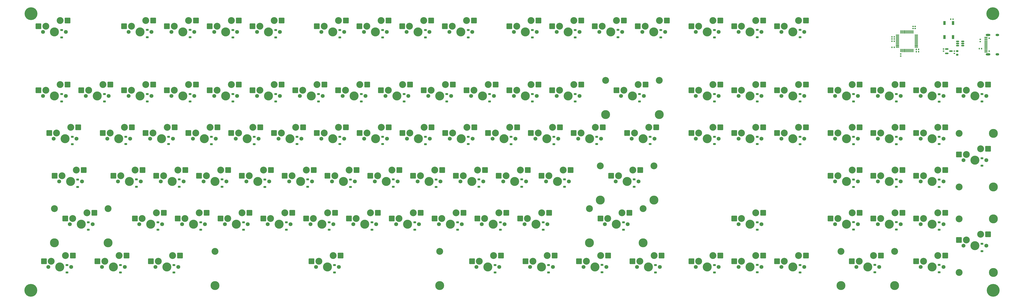
<source format=gbr>
%TF.GenerationSoftware,KiCad,Pcbnew,8.0.5*%
%TF.CreationDate,2025-06-07T17:07:02-07:00*%
%TF.ProjectId,Full Keyboard,46756c6c-204b-4657-9962-6f6172642e6b,2.0.0*%
%TF.SameCoordinates,Original*%
%TF.FileFunction,Soldermask,Bot*%
%TF.FilePolarity,Negative*%
%FSLAX46Y46*%
G04 Gerber Fmt 4.6, Leading zero omitted, Abs format (unit mm)*
G04 Created by KiCad (PCBNEW 8.0.5) date 2025-06-07 17:07:02*
%MOMM*%
%LPD*%
G01*
G04 APERTURE LIST*
G04 Aperture macros list*
%AMRoundRect*
0 Rectangle with rounded corners*
0 $1 Rounding radius*
0 $2 $3 $4 $5 $6 $7 $8 $9 X,Y pos of 4 corners*
0 Add a 4 corners polygon primitive as box body*
4,1,4,$2,$3,$4,$5,$6,$7,$8,$9,$2,$3,0*
0 Add four circle primitives for the rounded corners*
1,1,$1+$1,$2,$3*
1,1,$1+$1,$4,$5*
1,1,$1+$1,$6,$7*
1,1,$1+$1,$8,$9*
0 Add four rect primitives between the rounded corners*
20,1,$1+$1,$2,$3,$4,$5,0*
20,1,$1+$1,$4,$5,$6,$7,0*
20,1,$1+$1,$6,$7,$8,$9,0*
20,1,$1+$1,$8,$9,$2,$3,0*%
G04 Aperture macros list end*
%ADD10C,1.750000*%
%ADD11C,3.050000*%
%ADD12C,4.000000*%
%ADD13RoundRect,0.250000X-1.025000X-1.000000X1.025000X-1.000000X1.025000X1.000000X-1.025000X1.000000X0*%
%ADD14C,3.048000*%
%ADD15C,3.987800*%
%ADD16C,5.700000*%
%ADD17RoundRect,0.225000X0.375000X-0.225000X0.375000X0.225000X-0.375000X0.225000X-0.375000X-0.225000X0*%
%ADD18RoundRect,0.218750X0.256250X-0.218750X0.256250X0.218750X-0.256250X0.218750X-0.256250X-0.218750X0*%
%ADD19RoundRect,0.140000X-0.140000X-0.170000X0.140000X-0.170000X0.140000X0.170000X-0.140000X0.170000X0*%
%ADD20RoundRect,0.150000X-0.512500X-0.150000X0.512500X-0.150000X0.512500X0.150000X-0.512500X0.150000X0*%
%ADD21RoundRect,0.135000X0.185000X-0.135000X0.185000X0.135000X-0.185000X0.135000X-0.185000X-0.135000X0*%
%ADD22RoundRect,0.140000X0.170000X-0.140000X0.170000X0.140000X-0.170000X0.140000X-0.170000X-0.140000X0*%
%ADD23RoundRect,0.140000X-0.170000X0.140000X-0.170000X-0.140000X0.170000X-0.140000X0.170000X0.140000X0*%
%ADD24RoundRect,0.135000X0.135000X0.185000X-0.135000X0.185000X-0.135000X-0.185000X0.135000X-0.185000X0*%
%ADD25R,1.000000X1.700000*%
%ADD26C,0.650000*%
%ADD27R,1.450000X0.600000*%
%ADD28R,1.450000X0.300000*%
%ADD29O,1.600000X1.000000*%
%ADD30O,2.100000X1.000000*%
%ADD31RoundRect,0.075000X-0.662500X-0.075000X0.662500X-0.075000X0.662500X0.075000X-0.662500X0.075000X0*%
%ADD32RoundRect,0.075000X-0.075000X-0.662500X0.075000X-0.662500X0.075000X0.662500X-0.075000X0.662500X0*%
%ADD33RoundRect,0.135000X-0.135000X-0.185000X0.135000X-0.185000X0.135000X0.185000X-0.135000X0.185000X0*%
%ADD34RoundRect,0.140000X0.140000X0.170000X-0.140000X0.170000X-0.140000X-0.170000X0.140000X-0.170000X0*%
%ADD35RoundRect,0.150000X-0.587500X-0.150000X0.587500X-0.150000X0.587500X0.150000X-0.587500X0.150000X0*%
G04 APERTURE END LIST*
D10*
%TO.C,"3"1*%
X164814946Y-258160029D03*
D11*
X166084946Y-255620029D03*
D12*
X169894946Y-258160029D03*
D11*
X172434946Y-253080029D03*
D10*
X174974946Y-258160029D03*
D13*
X162809946Y-255620029D03*
X175736946Y-253080029D03*
%TD*%
D10*
%TO.C,F5*%
X231489946Y-229585029D03*
D11*
X232759946Y-227045029D03*
D12*
X236569946Y-229585029D03*
D11*
X239109946Y-224505029D03*
D10*
X241649946Y-229585029D03*
D13*
X229484946Y-227045029D03*
X242411946Y-224505029D03*
%TD*%
D10*
%TO.C,PgDn1*%
X436277446Y-277210029D03*
D11*
X437547446Y-274670029D03*
D12*
X441357446Y-277210029D03*
D11*
X443897446Y-272130029D03*
D10*
X446437446Y-277210029D03*
D13*
X434272446Y-274670029D03*
X447199446Y-272130029D03*
%TD*%
D10*
%TO.C,Space1*%
X229108696Y-334360029D03*
D11*
X230378696Y-331820029D03*
D12*
X234188696Y-334360029D03*
D11*
X236728696Y-329280029D03*
D10*
X239268696Y-334360029D03*
D13*
X227103696Y-331820029D03*
X240030696Y-329280029D03*
%TD*%
D10*
%TO.C,"0"1*%
X298164946Y-258160029D03*
D11*
X299434946Y-255620029D03*
D12*
X303244946Y-258160029D03*
D11*
X305784946Y-253080029D03*
D10*
X308324946Y-258160029D03*
D13*
X296159946Y-255620029D03*
X309086946Y-253080029D03*
%TD*%
D10*
%TO.C,LeftWin1*%
X133858696Y-334360029D03*
D11*
X135128696Y-331820029D03*
D12*
X138938696Y-334360029D03*
D11*
X141478696Y-329280029D03*
D10*
X144018696Y-334360029D03*
D13*
X131853696Y-331820029D03*
X144780696Y-329280029D03*
%TD*%
D10*
%TO.C,}1*%
X345789946Y-277210029D03*
D11*
X347059946Y-274670029D03*
D12*
X350869946Y-277210029D03*
D11*
X353409946Y-272130029D03*
D10*
X355949946Y-277210029D03*
D13*
X343784946Y-274670029D03*
X356711946Y-272130029D03*
%TD*%
D10*
%TO.C,Tilde1*%
X107664946Y-258160029D03*
D11*
X108934946Y-255620029D03*
D12*
X112744946Y-258160029D03*
D11*
X115284946Y-253080029D03*
D10*
X117824946Y-258160029D03*
D13*
X105659946Y-255620029D03*
X118586946Y-253080029D03*
%TD*%
D14*
%TO.C,REF\u002A\u002A*%
X515334946Y-336773029D03*
D15*
X530544946Y-336773029D03*
D14*
X515334946Y-312897029D03*
D15*
X530544946Y-312897029D03*
%TD*%
D10*
%TO.C,End1*%
X417227446Y-277210029D03*
D11*
X418497446Y-274670029D03*
D12*
X422307446Y-277210029D03*
D11*
X424847446Y-272130029D03*
D10*
X427387446Y-277210029D03*
D13*
X415222446Y-274670029D03*
X428149446Y-272130029D03*
%TD*%
D10*
%TO.C,Num+1*%
X517239946Y-286735029D03*
D11*
X518509946Y-284195029D03*
D12*
X522319946Y-286735029D03*
D11*
X524859946Y-281655029D03*
D10*
X527399946Y-286735029D03*
D13*
X515234946Y-284195029D03*
X528161946Y-281655029D03*
%TD*%
D10*
%TO.C,;1*%
X312452446Y-296260029D03*
D11*
X313722446Y-293720029D03*
D12*
X317532446Y-296260029D03*
D11*
X320072446Y-291180029D03*
D10*
X322612446Y-296260029D03*
D13*
X310447446Y-293720029D03*
X323374446Y-291180029D03*
%TD*%
D10*
%TO.C,\u005C1*%
X369602446Y-277210029D03*
D11*
X370872446Y-274670029D03*
D12*
X374682446Y-277210029D03*
D11*
X377222446Y-272130029D03*
D10*
X379762446Y-277210029D03*
D13*
X367597446Y-274670029D03*
X380524446Y-272130029D03*
%TD*%
D10*
%TO.C,D105*%
X179102446Y-296260029D03*
D11*
X180372446Y-293720029D03*
D12*
X184182446Y-296260029D03*
D11*
X186722446Y-291180029D03*
D10*
X189262446Y-296260029D03*
D13*
X177097446Y-293720029D03*
X190024446Y-291180029D03*
%TD*%
D16*
%TO.C,REF\u002A\u002A*%
X530319946Y-221460029D03*
%TD*%
D10*
%TO.C,"1"1*%
X126714946Y-258160029D03*
D11*
X127984946Y-255620029D03*
D12*
X131794946Y-258160029D03*
D11*
X134334946Y-253080029D03*
D10*
X136874946Y-258160029D03*
D13*
X124709946Y-255620029D03*
X137636946Y-253080029D03*
%TD*%
D10*
%TO.C,Backspace1*%
X364839946Y-258160029D03*
D11*
X366109946Y-255620029D03*
D12*
X369919946Y-258160029D03*
D11*
X372459946Y-253080029D03*
D10*
X374999946Y-258160029D03*
D13*
X362834946Y-255620029D03*
X375761946Y-253080029D03*
%TD*%
D10*
%TO.C,"8"1*%
X260064946Y-258160029D03*
D11*
X261334946Y-255620029D03*
D12*
X265144946Y-258160029D03*
D11*
X267684946Y-253080029D03*
D10*
X270224946Y-258160029D03*
D13*
X258059946Y-255620029D03*
X270986946Y-253080029D03*
%TD*%
D10*
%TO.C,RightControl1*%
X371983696Y-334360029D03*
D11*
X373253696Y-331820029D03*
D12*
X377063696Y-334360029D03*
D11*
X379603696Y-329280029D03*
D10*
X382143696Y-334360029D03*
D13*
X369978696Y-331820029D03*
X382905696Y-329280029D03*
%TD*%
D10*
%TO.C,LeftArrow1*%
X398177446Y-334360029D03*
D11*
X399447446Y-331820029D03*
D12*
X403257446Y-334360029D03*
D11*
X405797446Y-329280029D03*
D10*
X408337446Y-334360029D03*
D13*
X396172446Y-331820029D03*
X409099446Y-329280029D03*
%TD*%
D10*
%TO.C,PgUp1*%
X436277446Y-258160029D03*
D11*
X437547446Y-255620029D03*
D12*
X441357446Y-258160029D03*
D11*
X443897446Y-253080029D03*
D10*
X446437446Y-258160029D03*
D13*
X434272446Y-255620029D03*
X447199446Y-253080029D03*
%TD*%
D10*
%TO.C,J2*%
X255302446Y-296260029D03*
D11*
X256572446Y-293720029D03*
D12*
X260382446Y-296260029D03*
D11*
X262922446Y-291180029D03*
D10*
X265462446Y-296260029D03*
D13*
X253297446Y-293720029D03*
X266224446Y-291180029D03*
%TD*%
D10*
%TO.C,Num3*%
X498189946Y-315310029D03*
D11*
X499459946Y-312770029D03*
D12*
X503269946Y-315310029D03*
D11*
X505809946Y-310230029D03*
D10*
X508349946Y-315310029D03*
D13*
X496184946Y-312770029D03*
X509111946Y-310230029D03*
%TD*%
D10*
%TO.C,P1*%
X307689946Y-277210029D03*
D11*
X308959946Y-274670029D03*
D12*
X312769946Y-277210029D03*
D11*
X315309946Y-272130029D03*
D10*
X317849946Y-277210029D03*
D13*
X305684946Y-274670029D03*
X318611946Y-272130029D03*
%TD*%
D10*
%TO.C,Num.1*%
X498189946Y-334360029D03*
D11*
X499459946Y-331820029D03*
D12*
X503269946Y-334360029D03*
D11*
X505809946Y-329280029D03*
D10*
X508349946Y-334360029D03*
D13*
X496184946Y-331820029D03*
X509111946Y-329280029D03*
%TD*%
D10*
%TO.C,"4"1*%
X183864946Y-258160029D03*
D11*
X185134946Y-255620029D03*
D12*
X188944946Y-258160029D03*
D11*
X191484946Y-253080029D03*
D10*
X194024946Y-258160029D03*
D13*
X181859946Y-255620029D03*
X194786946Y-253080029D03*
%TD*%
D10*
%TO.C,Home1*%
X417227446Y-258160029D03*
D11*
X418497446Y-255620029D03*
D12*
X422307446Y-258160029D03*
D11*
X424847446Y-253080029D03*
D10*
X427387446Y-258160029D03*
D13*
X415222446Y-255620029D03*
X428149446Y-253080029D03*
%TD*%
D10*
%TO.C,Num-1*%
X517239946Y-258160029D03*
D11*
X518509946Y-255620029D03*
D12*
X522319946Y-258160029D03*
D11*
X524859946Y-253080029D03*
D10*
X527399946Y-258160029D03*
D13*
X515234946Y-255620029D03*
X528161946Y-253080029D03*
%TD*%
D10*
%TO.C,F10*%
X336214946Y-229585029D03*
D11*
X337484946Y-227045029D03*
D12*
X341294946Y-229585029D03*
D11*
X343834946Y-224505029D03*
D10*
X346374946Y-229585029D03*
D13*
X334209946Y-227045029D03*
X347136946Y-224505029D03*
%TD*%
D10*
%TO.C,F8*%
X288489946Y-229585029D03*
D11*
X289759946Y-227045029D03*
D12*
X293569946Y-229585029D03*
D11*
X296109946Y-224505029D03*
D10*
X298649946Y-229585029D03*
D13*
X286484946Y-227045029D03*
X299411946Y-224505029D03*
%TD*%
D10*
%TO.C,F4*%
X202914946Y-229585029D03*
D11*
X204184946Y-227045029D03*
D12*
X207994946Y-229585029D03*
D11*
X210534946Y-224505029D03*
D10*
X213074946Y-229585029D03*
D13*
X200909946Y-227045029D03*
X213836946Y-224505029D03*
%TD*%
D10*
%TO.C,"1*%
X331502446Y-296260029D03*
D11*
X332772446Y-293720029D03*
D12*
X336582446Y-296260029D03*
D11*
X339122446Y-291180029D03*
D10*
X341662446Y-296260029D03*
D13*
X329497446Y-293720029D03*
X342424446Y-291180029D03*
%TD*%
D10*
%TO.C,Func1*%
X145764946Y-229585029D03*
D11*
X147034946Y-227045029D03*
D12*
X150844946Y-229585029D03*
D11*
X153384946Y-224505029D03*
D10*
X155924946Y-229585029D03*
D13*
X143759946Y-227045029D03*
X156686946Y-224505029D03*
%TD*%
D10*
%TO.C,"5"1*%
X202914946Y-258160029D03*
D11*
X204184946Y-255620029D03*
D12*
X207994946Y-258160029D03*
D11*
X210534946Y-253080029D03*
D10*
X213074946Y-258160029D03*
D13*
X200909946Y-255620029D03*
X213836946Y-253080029D03*
%TD*%
D14*
%TO.C,REF\u002A\u002A*%
X357981946Y-251175029D03*
D15*
X357981946Y-266385029D03*
D14*
X381857946Y-251175029D03*
D15*
X381857946Y-266385029D03*
%TD*%
D16*
%TO.C,REF\u002A\u002A*%
X102219946Y-344760029D03*
%TD*%
D10*
%TO.C,"-"1*%
X317214946Y-258160029D03*
D11*
X318484946Y-255620029D03*
D12*
X322294946Y-258160029D03*
D11*
X324834946Y-253080029D03*
D10*
X327374946Y-258160029D03*
D13*
X315209946Y-255620029D03*
X328136946Y-253080029D03*
%TD*%
D10*
%TO.C,"6"1*%
X221964946Y-258160029D03*
D11*
X223234946Y-255620029D03*
D12*
X227044946Y-258160029D03*
D11*
X229584946Y-253080029D03*
D10*
X232124946Y-258160029D03*
D13*
X219959946Y-255620029D03*
X232886946Y-253080029D03*
%TD*%
D10*
%TO.C,F13*%
X198152446Y-296260029D03*
D11*
X199422446Y-293720029D03*
D12*
X203232446Y-296260029D03*
D11*
X205772446Y-291180029D03*
D10*
X208312446Y-296260029D03*
D13*
X196147446Y-293720029D03*
X209074446Y-291180029D03*
%TD*%
D10*
%TO.C,L1*%
X293402446Y-296260029D03*
D11*
X294672446Y-293720029D03*
D12*
X298482446Y-296260029D03*
D11*
X301022446Y-291180029D03*
D10*
X303562446Y-296260029D03*
D13*
X291397446Y-293720029D03*
X304324446Y-291180029D03*
%TD*%
D10*
%TO.C,Shift1*%
X119571196Y-315310029D03*
D11*
X120841196Y-312770029D03*
D12*
X124651196Y-315310029D03*
D11*
X127191196Y-310230029D03*
D10*
X129731196Y-315310029D03*
D13*
X117566196Y-312770029D03*
X130493196Y-310230029D03*
%TD*%
D10*
%TO.C,Delete1*%
X398177446Y-277210029D03*
D11*
X399447446Y-274670029D03*
D12*
X403257446Y-277210029D03*
D11*
X405797446Y-272130029D03*
D10*
X408337446Y-277210029D03*
D13*
X396172446Y-274670029D03*
X409099446Y-272130029D03*
%TD*%
D10*
%TO.C,Num9*%
X498189946Y-277210029D03*
D11*
X499459946Y-274670029D03*
D12*
X503269946Y-277210029D03*
D11*
X505809946Y-272130029D03*
D10*
X508349946Y-277210029D03*
D13*
X496184946Y-274670029D03*
X509111946Y-272130029D03*
%TD*%
D10*
%TO.C,F7*%
X269489946Y-229585029D03*
D11*
X270759946Y-227045029D03*
D12*
X274569946Y-229585029D03*
D11*
X277109946Y-224505029D03*
D10*
X279649946Y-229585029D03*
D13*
X267484946Y-227045029D03*
X280411946Y-224505029D03*
%TD*%
D10*
%TO.C,Menu1*%
X348171196Y-334360029D03*
D11*
X349441196Y-331820029D03*
D12*
X353251196Y-334360029D03*
D11*
X355791196Y-329280029D03*
D10*
X358331196Y-334360029D03*
D13*
X346166196Y-331820029D03*
X359093196Y-329280029D03*
%TD*%
D10*
%TO.C,Num6*%
X498189946Y-296260029D03*
D11*
X499459946Y-293720029D03*
D12*
X503269946Y-296260029D03*
D11*
X505809946Y-291180029D03*
D10*
X508349946Y-296260029D03*
D13*
X496184946Y-293720029D03*
X509111946Y-291180029D03*
%TD*%
D10*
%TO.C,NumEnter1*%
X517239946Y-324835029D03*
D11*
X518509946Y-322295029D03*
D12*
X522319946Y-324835029D03*
D11*
X524859946Y-319755029D03*
D10*
X527399946Y-324835029D03*
D13*
X515234946Y-322295029D03*
X528161946Y-319755029D03*
%TD*%
D10*
%TO.C,T1*%
X212439946Y-277210029D03*
D11*
X213709946Y-274670029D03*
D12*
X217519946Y-277210029D03*
D11*
X220059946Y-272130029D03*
D10*
X222599946Y-277210029D03*
D13*
X210434946Y-274670029D03*
X223361946Y-272130029D03*
%TD*%
D10*
%TO.C,F11*%
X355214946Y-229585029D03*
D11*
X356484946Y-227045029D03*
D12*
X360294946Y-229585029D03*
D11*
X362834946Y-224505029D03*
D10*
X365374946Y-229585029D03*
D13*
X353209946Y-227045029D03*
X366136946Y-224505029D03*
%TD*%
D10*
%TO.C,I1*%
X269589946Y-277210029D03*
D11*
X270859946Y-274670029D03*
D12*
X274669946Y-277210029D03*
D11*
X277209946Y-272130029D03*
D10*
X279749946Y-277210029D03*
D13*
X267584946Y-274670029D03*
X280511946Y-272130029D03*
%TD*%
D16*
%TO.C,REF\u002A\u002A*%
X102319946Y-221460029D03*
%TD*%
D10*
%TO.C,Q1*%
X136239946Y-277210029D03*
D11*
X137509946Y-274670029D03*
D12*
X141319946Y-277210029D03*
D11*
X143859946Y-272130029D03*
D10*
X146399946Y-277210029D03*
D13*
X134234946Y-274670029D03*
X147161946Y-272130029D03*
%TD*%
D14*
%TO.C,REF\u002A\u002A*%
X462756946Y-327375029D03*
D15*
X462756946Y-342585029D03*
D14*
X486632946Y-327375029D03*
D15*
X486632946Y-342585029D03*
%TD*%
D10*
%TO.C,{1*%
X326739946Y-277210029D03*
D11*
X328009946Y-274670029D03*
D12*
X331819946Y-277210029D03*
D11*
X334359946Y-272130029D03*
D10*
X336899946Y-277210029D03*
D13*
X324734946Y-274670029D03*
X337661946Y-272130029D03*
%TD*%
D14*
%TO.C,REF\u002A\u002A*%
X515334946Y-298673029D03*
D15*
X530544946Y-298673029D03*
D14*
X515334946Y-274797029D03*
D15*
X530544946Y-274797029D03*
%TD*%
D10*
%TO.C,F9*%
X317214946Y-229585029D03*
D11*
X318484946Y-227045029D03*
D12*
X322294946Y-229585029D03*
D11*
X324834946Y-224505029D03*
D10*
X327374946Y-229585029D03*
D13*
X315209946Y-227045029D03*
X328136946Y-224505029D03*
%TD*%
D10*
%TO.C,G1*%
X217202446Y-296260029D03*
D11*
X218472446Y-293720029D03*
D12*
X222282446Y-296260029D03*
D11*
X224822446Y-291180029D03*
D10*
X227362446Y-296260029D03*
D13*
X215197446Y-293720029D03*
X228124446Y-291180029D03*
%TD*%
D10*
%TO.C,RightWin1*%
X324358696Y-334360029D03*
D11*
X325628696Y-331820029D03*
D12*
X329438696Y-334360029D03*
D11*
X331978696Y-329280029D03*
D10*
X334518696Y-334360029D03*
D13*
X322353696Y-331820029D03*
X335280696Y-329280029D03*
%TD*%
D10*
%TO.C,Num2*%
X479139946Y-315310029D03*
D11*
X480409946Y-312770029D03*
D12*
X484219946Y-315310029D03*
D11*
X486759946Y-310230029D03*
D10*
X489299946Y-315310029D03*
D13*
X477134946Y-312770029D03*
X490061946Y-310230029D03*
%TD*%
D10*
%TO.C,F3*%
X183864946Y-229585029D03*
D11*
X185134946Y-227045029D03*
D12*
X188944946Y-229585029D03*
D11*
X191484946Y-224505029D03*
D10*
X194024946Y-229585029D03*
D13*
X181859946Y-227045029D03*
X194786946Y-224505029D03*
%TD*%
D10*
%TO.C,RightShift1*%
X357696196Y-315310029D03*
D11*
X358966196Y-312770029D03*
D12*
X362776196Y-315310029D03*
D11*
X365316196Y-310230029D03*
D10*
X367856196Y-315310029D03*
D13*
X355691196Y-312770029D03*
X368618196Y-310230029D03*
%TD*%
D10*
%TO.C,O1*%
X288639946Y-277210029D03*
D11*
X289909946Y-274670029D03*
D12*
X293719946Y-277210029D03*
D11*
X296259946Y-272130029D03*
D10*
X298799946Y-277210029D03*
D13*
X286634946Y-274670029D03*
X299561946Y-272130029D03*
%TD*%
D10*
%TO.C,B1*%
X226727446Y-315310029D03*
D11*
X227997446Y-312770029D03*
D12*
X231807446Y-315310029D03*
D11*
X234347446Y-310230029D03*
D10*
X236887446Y-315310029D03*
D13*
X224722446Y-312770029D03*
X237649446Y-310230029D03*
%TD*%
D14*
%TO.C,REF\u002A\u002A*%
X184188696Y-327375029D03*
D15*
X184188696Y-342585029D03*
D14*
X284188696Y-327375029D03*
D15*
X284188696Y-342585029D03*
%TD*%
D10*
%TO.C,Z1*%
X150527446Y-315310029D03*
D11*
X151797446Y-312770029D03*
D12*
X155607446Y-315310029D03*
D11*
X158147446Y-310230029D03*
D10*
X160687446Y-315310029D03*
D13*
X148522446Y-312770029D03*
X161449446Y-310230029D03*
%TD*%
D10*
%TO.C,K1*%
X274352446Y-296260029D03*
D11*
X275622446Y-293720029D03*
D12*
X279432446Y-296260029D03*
D11*
X281972446Y-291180029D03*
D10*
X284512446Y-296260029D03*
D13*
X272347446Y-293720029D03*
X285274446Y-291180029D03*
%TD*%
D10*
%TO.C,Y1*%
X231489946Y-277210029D03*
D11*
X232759946Y-274670029D03*
D12*
X236569946Y-277210029D03*
D11*
X239109946Y-272130029D03*
D10*
X241649946Y-277210029D03*
D13*
X229484946Y-274670029D03*
X242411946Y-272130029D03*
%TD*%
D14*
%TO.C,REF\u002A\u002A*%
X355600696Y-289275029D03*
D15*
X355600696Y-304485029D03*
D14*
X379476696Y-289275029D03*
D15*
X379476696Y-304485029D03*
%TD*%
D10*
%TO.C,A1*%
X141002446Y-296260029D03*
D11*
X142272446Y-293720029D03*
D12*
X146082446Y-296260029D03*
D11*
X148622446Y-291180029D03*
D10*
X151162446Y-296260029D03*
D13*
X138997446Y-293720029D03*
X151924446Y-291180029D03*
%TD*%
D10*
%TO.C,>1*%
X302927446Y-315310029D03*
D11*
X304197446Y-312770029D03*
D12*
X308007446Y-315310029D03*
D11*
X310547446Y-310230029D03*
D10*
X313087446Y-315310029D03*
D13*
X300922446Y-312770029D03*
X313849446Y-310230029D03*
%TD*%
D10*
%TO.C,RightAlt1*%
X300546196Y-334360029D03*
D11*
X301816196Y-331820029D03*
D12*
X305626196Y-334360029D03*
D11*
X308166196Y-329280029D03*
D10*
X310706196Y-334360029D03*
D13*
X298541196Y-331820029D03*
X311468196Y-329280029D03*
%TD*%
D10*
%TO.C,"="1*%
X336264946Y-258160029D03*
D11*
X337534946Y-255620029D03*
D12*
X341344946Y-258160029D03*
D11*
X343884946Y-253080029D03*
D10*
X346424946Y-258160029D03*
D13*
X334259946Y-255620029D03*
X347186946Y-253080029D03*
%TD*%
D10*
%TO.C,"2"1*%
X145764946Y-258160029D03*
D11*
X147034946Y-255620029D03*
D12*
X150844946Y-258160029D03*
D11*
X153384946Y-253080029D03*
D10*
X155924946Y-258160029D03*
D13*
X143759946Y-255620029D03*
X156686946Y-253080029D03*
%TD*%
D10*
%TO.C,"7"1*%
X241014946Y-258160029D03*
D11*
X242284946Y-255620029D03*
D12*
X246094946Y-258160029D03*
D11*
X248634946Y-253080029D03*
D10*
X251174946Y-258160029D03*
D13*
X239009946Y-255620029D03*
X251936946Y-253080029D03*
%TD*%
D10*
%TO.C,Num8*%
X479139946Y-277210029D03*
D11*
X480409946Y-274670029D03*
D12*
X484219946Y-277210029D03*
D11*
X486759946Y-272130029D03*
D10*
X489299946Y-277210029D03*
D13*
X477134946Y-274670029D03*
X490061946Y-272130029D03*
%TD*%
D10*
%TO.C,H1*%
X236252446Y-296260029D03*
D11*
X237522446Y-293720029D03*
D12*
X241332446Y-296260029D03*
D11*
X243872446Y-291180029D03*
D10*
X246412446Y-296260029D03*
D13*
X234247446Y-293720029D03*
X247174446Y-291180029D03*
%TD*%
D10*
%TO.C,Enter1*%
X362458696Y-296260029D03*
D11*
X363728696Y-293720029D03*
D12*
X367538696Y-296260029D03*
D11*
X370078696Y-291180029D03*
D10*
X372618696Y-296260029D03*
D13*
X360453696Y-293720029D03*
X373380696Y-291180029D03*
%TD*%
D10*
%TO.C,"?"1*%
X321977446Y-315310029D03*
D11*
X323247446Y-312770029D03*
D12*
X327057446Y-315310029D03*
D11*
X329597446Y-310230029D03*
D10*
X332137446Y-315310029D03*
D13*
X319972446Y-312770029D03*
X332899446Y-310230029D03*
%TD*%
D10*
%TO.C,U2*%
X250539946Y-277210029D03*
D11*
X251809946Y-274670029D03*
D12*
X255619946Y-277210029D03*
D11*
X258159946Y-272130029D03*
D10*
X260699946Y-277210029D03*
D13*
X248534946Y-274670029D03*
X261461946Y-272130029D03*
%TD*%
D16*
%TO.C,REF\u002A\u002A*%
X530519946Y-344760029D03*
%TD*%
D10*
%TO.C,Num/1*%
X479139946Y-258160029D03*
D11*
X480409946Y-255620029D03*
D12*
X484219946Y-258160029D03*
D11*
X486759946Y-253080029D03*
D10*
X489299946Y-258160029D03*
D13*
X477134946Y-255620029D03*
X490061946Y-253080029D03*
%TD*%
D14*
%TO.C,REF\u002A\u002A*%
X112713196Y-308325029D03*
D15*
X112713196Y-323535029D03*
D14*
X136589196Y-308325029D03*
D15*
X136589196Y-323535029D03*
%TD*%
D10*
%TO.C,F2*%
X164814946Y-229585029D03*
D11*
X166084946Y-227045029D03*
D12*
X169894946Y-229585029D03*
D11*
X172434946Y-224505029D03*
D10*
X174974946Y-229585029D03*
D13*
X162809946Y-227045029D03*
X175736946Y-224505029D03*
%TD*%
D10*
%TO.C,Num7*%
X460089946Y-277210029D03*
D11*
X461359946Y-274670029D03*
D12*
X465169946Y-277210029D03*
D11*
X467709946Y-272130029D03*
D10*
X470249946Y-277210029D03*
D13*
X458084946Y-274670029D03*
X471011946Y-272130029D03*
%TD*%
D10*
%TO.C,UpArrow1*%
X417227446Y-315310029D03*
D11*
X418497446Y-312770029D03*
D12*
X422307446Y-315310029D03*
D11*
X424847446Y-310230029D03*
D10*
X427387446Y-315310029D03*
D13*
X415222446Y-312770029D03*
X428149446Y-310230029D03*
%TD*%
D10*
%TO.C,E1*%
X174339946Y-277210029D03*
D11*
X175609946Y-274670029D03*
D12*
X179419946Y-277210029D03*
D11*
X181959946Y-272130029D03*
D10*
X184499946Y-277210029D03*
D13*
X172334946Y-274670029D03*
X185261946Y-272130029D03*
%TD*%
D10*
%TO.C,"9"1*%
X279114946Y-258160029D03*
D11*
X280384946Y-255620029D03*
D12*
X284194946Y-258160029D03*
D11*
X286734946Y-253080029D03*
D10*
X289274946Y-258160029D03*
D13*
X277109946Y-255620029D03*
X290036946Y-253080029D03*
%TD*%
D10*
%TO.C,LeftAlt1*%
X157671196Y-334360029D03*
D11*
X158941196Y-331820029D03*
D12*
X162751196Y-334360029D03*
D11*
X165291196Y-329280029D03*
D10*
X167831196Y-334360029D03*
D13*
X155666196Y-331820029D03*
X168593196Y-329280029D03*
%TD*%
D10*
%TO.C,ESC1*%
X107664946Y-229585029D03*
D11*
X108934946Y-227045029D03*
D12*
X112744946Y-229585029D03*
D11*
X115284946Y-224505029D03*
D10*
X117824946Y-229585029D03*
D13*
X105659946Y-227045029D03*
X118586946Y-224505029D03*
%TD*%
D10*
%TO.C,W1*%
X155289946Y-277210029D03*
D11*
X156559946Y-274670029D03*
D12*
X160369946Y-277210029D03*
D11*
X162909946Y-272130029D03*
D10*
X165449946Y-277210029D03*
D13*
X153284946Y-274670029D03*
X166211946Y-272130029D03*
%TD*%
D10*
%TO.C,<1*%
X283877446Y-315310029D03*
D11*
X285147446Y-312770029D03*
D12*
X288957446Y-315310029D03*
D11*
X291497446Y-310230029D03*
D10*
X294037446Y-315310029D03*
D13*
X281872446Y-312770029D03*
X294799446Y-310230029D03*
%TD*%
D10*
%TO.C,PauseBreak1*%
X436277446Y-229585029D03*
D11*
X437547446Y-227045029D03*
D12*
X441357446Y-229585029D03*
D11*
X443897446Y-224505029D03*
D10*
X446437446Y-229585029D03*
D13*
X434272446Y-227045029D03*
X447199446Y-224505029D03*
%TD*%
D10*
%TO.C,M1*%
X264827446Y-315310029D03*
D11*
X266097446Y-312770029D03*
D12*
X269907446Y-315310029D03*
D11*
X272447446Y-310230029D03*
D10*
X274987446Y-315310029D03*
D13*
X262822446Y-312770029D03*
X275749446Y-310230029D03*
%TD*%
D10*
%TO.C,Num\u002A1*%
X498189946Y-258160029D03*
D11*
X499459946Y-255620029D03*
D12*
X503269946Y-258160029D03*
D11*
X505809946Y-253080029D03*
D10*
X508349946Y-258160029D03*
D13*
X496184946Y-255620029D03*
X509111946Y-253080029D03*
%TD*%
D10*
%TO.C,Num5*%
X479139946Y-296260029D03*
D11*
X480409946Y-293720029D03*
D12*
X484219946Y-296260029D03*
D11*
X486759946Y-291180029D03*
D10*
X489299946Y-296260029D03*
D13*
X477134946Y-293720029D03*
X490061946Y-291180029D03*
%TD*%
D10*
%TO.C,Num4*%
X460089946Y-296260029D03*
D11*
X461359946Y-293720029D03*
D12*
X465169946Y-296260029D03*
D11*
X467709946Y-291180029D03*
D10*
X470249946Y-296260029D03*
D13*
X458084946Y-293720029D03*
X471011946Y-291180029D03*
%TD*%
D10*
%TO.C,ScrollLock1*%
X417227446Y-229585029D03*
D11*
X418497446Y-227045029D03*
D12*
X422307446Y-229585029D03*
D11*
X424847446Y-224505029D03*
D10*
X427387446Y-229585029D03*
D13*
X415222446Y-227045029D03*
X428149446Y-224505029D03*
%TD*%
D10*
%TO.C,DownArrow1*%
X417227446Y-334360029D03*
D11*
X418497446Y-331820029D03*
D12*
X422307446Y-334360029D03*
D11*
X424847446Y-329280029D03*
D10*
X427387446Y-334360029D03*
D13*
X415222446Y-331820029D03*
X428149446Y-329280029D03*
%TD*%
D10*
%TO.C,V1*%
X207677446Y-315310029D03*
D11*
X208947446Y-312770029D03*
D12*
X212757446Y-315310029D03*
D11*
X215297446Y-310230029D03*
D10*
X217837446Y-315310029D03*
D13*
X205672446Y-312770029D03*
X218599446Y-310230029D03*
%TD*%
D10*
%TO.C,R4*%
X193389946Y-277210029D03*
D11*
X194659946Y-274670029D03*
D12*
X198469946Y-277210029D03*
D11*
X201009946Y-272130029D03*
D10*
X203549946Y-277210029D03*
D13*
X191384946Y-274670029D03*
X204311946Y-272130029D03*
%TD*%
D10*
%TO.C,Num1*%
X460089946Y-315310029D03*
D11*
X461359946Y-312770029D03*
D12*
X465169946Y-315310029D03*
D11*
X467709946Y-310230029D03*
D10*
X470249946Y-315310029D03*
D13*
X458084946Y-312770029D03*
X471011946Y-310230029D03*
%TD*%
D10*
%TO.C,X1*%
X169577446Y-315310029D03*
D11*
X170847446Y-312770029D03*
D12*
X174657446Y-315310029D03*
D11*
X177197446Y-310230029D03*
D10*
X179737446Y-315310029D03*
D13*
X167572446Y-312770029D03*
X180499446Y-310230029D03*
%TD*%
D10*
%TO.C,Num0*%
X469614946Y-334360029D03*
D11*
X470884946Y-331820029D03*
D12*
X474694946Y-334360029D03*
D11*
X477234946Y-329280029D03*
D10*
X479774946Y-334360029D03*
D13*
X467609946Y-331820029D03*
X480536946Y-329280029D03*
%TD*%
D10*
%TO.C,Tab1*%
X112427446Y-277210029D03*
D11*
X113697446Y-274670029D03*
D12*
X117507446Y-277210029D03*
D11*
X120047446Y-272130029D03*
D10*
X122587446Y-277210029D03*
D13*
X110422446Y-274670029D03*
X123349446Y-272130029D03*
%TD*%
D10*
%TO.C,CapsLock1*%
X114808696Y-296260029D03*
D11*
X116078696Y-293720029D03*
D12*
X119888696Y-296260029D03*
D11*
X122428696Y-291180029D03*
D10*
X124968696Y-296260029D03*
D13*
X112803696Y-293720029D03*
X125730696Y-291180029D03*
%TD*%
D10*
%TO.C,PrtSc1*%
X398177446Y-229585029D03*
D11*
X399447446Y-227045029D03*
D12*
X403257446Y-229585029D03*
D11*
X405797446Y-224505029D03*
D10*
X408337446Y-229585029D03*
D13*
X396172446Y-227045029D03*
X409099446Y-224505029D03*
%TD*%
D14*
%TO.C,REF\u002A\u002A*%
X350838196Y-308325029D03*
D15*
X350838196Y-323535029D03*
D14*
X374714196Y-308325029D03*
D15*
X374714196Y-323535029D03*
%TD*%
D10*
%TO.C,F6*%
X250489946Y-229585029D03*
D11*
X251759946Y-227045029D03*
D12*
X255569946Y-229585029D03*
D11*
X258109946Y-224505029D03*
D10*
X260649946Y-229585029D03*
D13*
X248484946Y-227045029D03*
X261411946Y-224505029D03*
%TD*%
D10*
%TO.C,Insert1*%
X398177446Y-258160029D03*
D11*
X399447446Y-255620029D03*
D12*
X403257446Y-258160029D03*
D11*
X405797446Y-253080029D03*
D10*
X408337446Y-258160029D03*
D13*
X396172446Y-255620029D03*
X409099446Y-253080029D03*
%TD*%
D10*
%TO.C,LeftControl1*%
X110046196Y-334360029D03*
D11*
X111316196Y-331820029D03*
D12*
X115126196Y-334360029D03*
D11*
X117666196Y-329280029D03*
D10*
X120206196Y-334360029D03*
D13*
X108041196Y-331820029D03*
X120968196Y-329280029D03*
%TD*%
D10*
%TO.C,N1*%
X245777446Y-315310029D03*
D11*
X247047446Y-312770029D03*
D12*
X250857446Y-315310029D03*
D11*
X253397446Y-310230029D03*
D10*
X255937446Y-315310029D03*
D13*
X243772446Y-312770029D03*
X256699446Y-310230029D03*
%TD*%
D10*
%TO.C,F12*%
X374344946Y-229585029D03*
D11*
X375614946Y-227045029D03*
D12*
X379424946Y-229585029D03*
D11*
X381964946Y-224505029D03*
D10*
X384504946Y-229585029D03*
D13*
X372339946Y-227045029D03*
X385266946Y-224505029D03*
%TD*%
D10*
%TO.C,RightArrow1*%
X436277446Y-334360029D03*
D11*
X437547446Y-331820029D03*
D12*
X441357446Y-334360029D03*
D11*
X443897446Y-329280029D03*
D10*
X446437446Y-334360029D03*
D13*
X434272446Y-331820029D03*
X447199446Y-329280029D03*
%TD*%
D10*
%TO.C,NumLock1*%
X460089946Y-258160029D03*
D11*
X461359946Y-255620029D03*
D12*
X465169946Y-258160029D03*
D11*
X467709946Y-253080029D03*
D10*
X470249946Y-258160029D03*
D13*
X458084946Y-255620029D03*
X471011946Y-253080029D03*
%TD*%
D10*
%TO.C,S1*%
X160052446Y-296260029D03*
D11*
X161322446Y-293720029D03*
D12*
X165132446Y-296260029D03*
D11*
X167672446Y-291180029D03*
D10*
X170212446Y-296260029D03*
D13*
X158047446Y-293720029D03*
X170974446Y-291180029D03*
%TD*%
D10*
%TO.C,C1*%
X188627446Y-315310029D03*
D11*
X189897446Y-312770029D03*
D12*
X193707446Y-315310029D03*
D11*
X196247446Y-310230029D03*
D10*
X198787446Y-315310029D03*
D13*
X186622446Y-312770029D03*
X199549446Y-310230029D03*
%TD*%
D17*
%TO.C,D93*%
X142111246Y-336796529D03*
X142111246Y-333496529D03*
%TD*%
%TO.C,D20*%
X173065546Y-260538729D03*
X173065546Y-257238729D03*
%TD*%
%TO.C,D77*%
X177827746Y-317747729D03*
X177827746Y-314447729D03*
%TD*%
D18*
%TO.C,F1*%
X514479949Y-239746278D03*
X514479949Y-238171278D03*
%TD*%
D17*
%TO.C,D51*%
X377840146Y-279587529D03*
X377840146Y-276287529D03*
%TD*%
D19*
%TO.C,C17*%
X496312443Y-238390029D03*
X497272443Y-238390029D03*
%TD*%
D17*
%TO.C,D45*%
X258785146Y-279587529D03*
X258785146Y-276287529D03*
%TD*%
%TO.C,D81*%
X254022946Y-317747729D03*
X254022946Y-314447729D03*
%TD*%
%TO.C,D30*%
X373077946Y-260538729D03*
X373077946Y-257238729D03*
%TD*%
D20*
%TO.C,U4*%
X514657446Y-235685029D03*
X514657446Y-234735029D03*
X514657446Y-233785029D03*
X516932446Y-233785029D03*
X516932446Y-234735029D03*
X516932446Y-235685029D03*
%TD*%
D17*
%TO.C,D95*%
X237355246Y-336796529D03*
X237355246Y-333496529D03*
%TD*%
%TO.C,D53*%
X425462146Y-279587529D03*
X425462146Y-276287529D03*
%TD*%
%TO.C,D86*%
X365934646Y-317747729D03*
X365934646Y-314447729D03*
%TD*%
D21*
%TO.C,R2*%
X524694946Y-233925029D03*
X524694946Y-232905029D03*
%TD*%
D17*
%TO.C,D50*%
X354029146Y-279587529D03*
X354029146Y-276287529D03*
%TD*%
%TO.C,D70*%
X339742546Y-298636329D03*
X339742546Y-295336329D03*
%TD*%
%TO.C,D71*%
X370696846Y-298636329D03*
X370696846Y-295336329D03*
%TD*%
%TO.C,D91*%
X525468346Y-327272129D03*
X525468346Y-323972129D03*
%TD*%
%TO.C,D85*%
X330218146Y-317747729D03*
X330218146Y-314447729D03*
%TD*%
%TO.C,D2*%
X154016746Y-231965529D03*
X154016746Y-228665529D03*
%TD*%
%TO.C,D27*%
X306407146Y-260601329D03*
X306407146Y-257301329D03*
%TD*%
%TO.C,D66*%
X263547346Y-298636329D03*
X263547346Y-295336329D03*
%TD*%
%TO.C,D90*%
X506419546Y-317747729D03*
X506419546Y-314447729D03*
%TD*%
%TO.C,D9*%
X296882746Y-232028129D03*
X296882746Y-228728129D03*
%TD*%
%TO.C,D14*%
X425462146Y-231965529D03*
X425462146Y-228665529D03*
%TD*%
%TO.C,D92*%
X118300246Y-336796529D03*
X118300246Y-333496529D03*
%TD*%
%TO.C,D5*%
X211163146Y-232028129D03*
X211163146Y-228728129D03*
%TD*%
%TO.C,D47*%
X296882746Y-279587529D03*
X296882746Y-276287529D03*
%TD*%
%TO.C,D35*%
X487370746Y-260601329D03*
X487370746Y-257301329D03*
%TD*%
%TO.C,D65*%
X244498546Y-298698929D03*
X244498546Y-295398929D03*
%TD*%
%TO.C,D96*%
X308788246Y-336796529D03*
X308788246Y-333496529D03*
%TD*%
%TO.C,D28*%
X325455946Y-260601329D03*
X325455946Y-257301329D03*
%TD*%
%TO.C,D73*%
X506419546Y-298698929D03*
X506419546Y-295398929D03*
%TD*%
D19*
%TO.C,C14*%
X485467446Y-232735029D03*
X486427446Y-232735029D03*
%TD*%
D17*
%TO.C,D8*%
X277833946Y-232028129D03*
X277833946Y-228728129D03*
%TD*%
%TO.C,D33*%
X444510946Y-260601329D03*
X444510946Y-257301329D03*
%TD*%
%TO.C,D24*%
X249260746Y-260601329D03*
X249260746Y-257301329D03*
%TD*%
%TO.C,D36*%
X506419546Y-260663929D03*
X506419546Y-257363929D03*
%TD*%
%TO.C,D75*%
X127824646Y-317747729D03*
X127824646Y-314447729D03*
%TD*%
D22*
%TO.C,C13*%
X489319946Y-240337529D03*
X489319946Y-239377529D03*
%TD*%
D17*
%TO.C,D13*%
X406413346Y-232028129D03*
X406413346Y-228728129D03*
%TD*%
%TO.C,D54*%
X444510946Y-279650129D03*
X444510946Y-276350129D03*
%TD*%
%TO.C,D76*%
X158778946Y-317747729D03*
X158778946Y-314447729D03*
%TD*%
%TO.C,D88*%
X468321946Y-317685129D03*
X468321946Y-314385129D03*
%TD*%
%TO.C,D94*%
X165922246Y-336796529D03*
X165922246Y-333496529D03*
%TD*%
%TO.C,D68*%
X301644946Y-298636329D03*
X301644946Y-295336329D03*
%TD*%
%TO.C,D21*%
X192114346Y-260538729D03*
X192114346Y-257238729D03*
%TD*%
%TO.C,D42*%
X201638746Y-279650129D03*
X201638746Y-276350129D03*
%TD*%
%TO.C,D22*%
X211163146Y-260538729D03*
X211163146Y-257238729D03*
%TD*%
D23*
%TO.C,C12*%
X495802449Y-227132521D03*
X495802449Y-228092521D03*
%TD*%
D17*
%TO.C,D43*%
X220687546Y-279587529D03*
X220687546Y-276287529D03*
%TD*%
%TO.C,D23*%
X230211946Y-260601329D03*
X230211946Y-257301329D03*
%TD*%
%TO.C,D78*%
X196876546Y-317747729D03*
X196876546Y-314447729D03*
%TD*%
%TO.C,D39*%
X144492346Y-279587529D03*
X144492346Y-276287529D03*
%TD*%
%TO.C,D16*%
X382602346Y-232028129D03*
X382602346Y-228728129D03*
%TD*%
%TO.C,D56*%
X487370746Y-279650129D03*
X487370746Y-276350129D03*
%TD*%
D23*
%TO.C,C9*%
X508342449Y-237218780D03*
X508342449Y-238178780D03*
%TD*%
D17*
%TO.C,D46*%
X277833946Y-279650129D03*
X277833946Y-276350129D03*
%TD*%
%TO.C,D74*%
X468321946Y-298698929D03*
X468321946Y-295398929D03*
%TD*%
%TO.C,D34*%
X468321946Y-260601329D03*
X468321946Y-257301329D03*
%TD*%
%TO.C,D3*%
X173065546Y-231965529D03*
X173065546Y-228665529D03*
%TD*%
D24*
%TO.C,R3*%
X525317446Y-237010031D03*
X524297446Y-237010031D03*
%TD*%
D17*
%TO.C,D25*%
X268309546Y-260538729D03*
X268309546Y-257238729D03*
%TD*%
%TO.C,D1*%
X115919146Y-232028129D03*
X115919146Y-228728129D03*
%TD*%
%TO.C,D11*%
X344504746Y-232028129D03*
X344504746Y-228728129D03*
%TD*%
%TO.C,D79*%
X215925346Y-317747729D03*
X215925346Y-314447729D03*
%TD*%
D25*
%TO.C,SW1*%
X508782445Y-225572529D03*
X508782445Y-231872529D03*
X512582445Y-225572529D03*
X512582445Y-231872529D03*
%TD*%
D17*
%TO.C,D67*%
X282596146Y-298698929D03*
X282596146Y-295398929D03*
%TD*%
%TO.C,D101*%
X425462146Y-336733929D03*
X425462146Y-333433929D03*
%TD*%
%TO.C,D102*%
X444510946Y-336796529D03*
X444510946Y-333496529D03*
%TD*%
%TO.C,D44*%
X239736346Y-279587529D03*
X239736346Y-276287529D03*
%TD*%
D23*
%TO.C,C8*%
X513227449Y-238169780D03*
X513227449Y-239129780D03*
%TD*%
D17*
%TO.C,D52*%
X406413346Y-279587529D03*
X406413346Y-276287529D03*
%TD*%
%TO.C,D64*%
X225449746Y-298636329D03*
X225449746Y-295336329D03*
%TD*%
%TO.C,D97*%
X332599246Y-336796529D03*
X332599246Y-333496529D03*
%TD*%
%TO.C,D32*%
X425462146Y-260538729D03*
X425462146Y-257238729D03*
%TD*%
%TO.C,D60*%
X149254546Y-298636329D03*
X149254546Y-295336329D03*
%TD*%
%TO.C,D87*%
X425462146Y-317747729D03*
X425462146Y-314447729D03*
%TD*%
D23*
%TO.C,C11*%
X494819949Y-227132528D03*
X494819949Y-228092528D03*
%TD*%
D17*
%TO.C,D55*%
X468321946Y-279650129D03*
X468321946Y-276350129D03*
%TD*%
D26*
%TO.C,J1*%
X528719946Y-232370029D03*
X528719946Y-238150029D03*
D27*
X527274946Y-232010029D03*
X527274946Y-232810029D03*
D28*
X527274946Y-234010029D03*
X527274946Y-235010029D03*
X527274946Y-235510029D03*
X527274946Y-236510029D03*
D27*
X527274946Y-237710029D03*
X527274946Y-238510029D03*
X527274946Y-238510029D03*
X527274946Y-237710029D03*
D28*
X527274946Y-237010029D03*
X527274946Y-236010029D03*
X527274946Y-234510029D03*
X527274946Y-233510029D03*
D27*
X527274946Y-232810029D03*
X527274946Y-232010029D03*
D29*
X532369946Y-230940029D03*
D30*
X528189946Y-230940029D03*
D29*
X532369946Y-239580029D03*
D30*
X528189946Y-239580029D03*
%TD*%
D19*
%TO.C,C15*%
X485467445Y-231752529D03*
X486427445Y-231752529D03*
%TD*%
D17*
%TO.C,D41*%
X182589946Y-279650129D03*
X182589946Y-276350129D03*
%TD*%
%TO.C,D61*%
X168303346Y-298636329D03*
X168303346Y-295336329D03*
%TD*%
%TO.C,D58*%
X525468346Y-289174529D03*
X525468346Y-285874529D03*
%TD*%
%TO.C,D59*%
X123062446Y-298698929D03*
X123062446Y-295398929D03*
%TD*%
%TO.C,D103*%
X477846346Y-336733929D03*
X477846346Y-333433929D03*
%TD*%
%TO.C,D40*%
X163541146Y-279587529D03*
X163541146Y-276287529D03*
%TD*%
%TO.C,D100*%
X406413346Y-336796529D03*
X406413346Y-333496529D03*
%TD*%
D31*
%TO.C,U1*%
X487907446Y-236485029D03*
X487907446Y-235985029D03*
X487907446Y-235485029D03*
X487907446Y-234985029D03*
X487907446Y-234485029D03*
X487907446Y-233985029D03*
X487907446Y-233485029D03*
X487907446Y-232985029D03*
X487907446Y-232485029D03*
X487907446Y-231985029D03*
X487907446Y-231485029D03*
X487907446Y-230985029D03*
D32*
X489319946Y-229572529D03*
X489819946Y-229572529D03*
X490319946Y-229572529D03*
X490819946Y-229572529D03*
X491319946Y-229572529D03*
X491819946Y-229572529D03*
X492319946Y-229572529D03*
X492819946Y-229572529D03*
X493319946Y-229572529D03*
X493819946Y-229572529D03*
X494319946Y-229572529D03*
X494819946Y-229572529D03*
D31*
X496232446Y-230985029D03*
X496232446Y-231485029D03*
X496232446Y-231985029D03*
X496232446Y-232485029D03*
X496232446Y-232985029D03*
X496232446Y-233485029D03*
X496232446Y-233985029D03*
X496232446Y-234485029D03*
X496232446Y-234985029D03*
X496232446Y-235485029D03*
X496232446Y-235985029D03*
X496232446Y-236485029D03*
D32*
X494819946Y-237897529D03*
X494319946Y-237897529D03*
X493819946Y-237897529D03*
X493319946Y-237897529D03*
X492819946Y-237897529D03*
X492319946Y-237897529D03*
X491819946Y-237897529D03*
X491319946Y-237897529D03*
X490819946Y-237897529D03*
X490319946Y-237897529D03*
X489819946Y-237897529D03*
X489319946Y-237897529D03*
%TD*%
D17*
%TO.C,D80*%
X234974146Y-317747729D03*
X234974146Y-314447729D03*
%TD*%
%TO.C,D98*%
X356410246Y-336733929D03*
X356410246Y-333433929D03*
%TD*%
D33*
%TO.C,R1*%
X511559951Y-223940033D03*
X512579951Y-223940033D03*
%TD*%
D34*
%TO.C,C7*%
X486427446Y-233735028D03*
X485467446Y-233735028D03*
%TD*%
D17*
%TO.C,D89*%
X487370746Y-317685129D03*
X487370746Y-314385129D03*
%TD*%
%TO.C,D19*%
X154016746Y-260601329D03*
X154016746Y-257301329D03*
%TD*%
%TO.C,D99*%
X380221246Y-336796529D03*
X380221246Y-333496529D03*
%TD*%
D35*
%TO.C,U3*%
X509847449Y-239118780D03*
X509847449Y-237218780D03*
X511722449Y-238168780D03*
%TD*%
D17*
%TO.C,D12*%
X363553546Y-231965529D03*
X363553546Y-228665529D03*
%TD*%
D19*
%TO.C,C16*%
X496312445Y-237407536D03*
X497272445Y-237407536D03*
%TD*%
D17*
%TO.C,D26*%
X287358346Y-260601329D03*
X287358346Y-257301329D03*
%TD*%
%TO.C,D84*%
X311169346Y-317747729D03*
X311169346Y-314447729D03*
%TD*%
%TO.C,D38*%
X120681346Y-279650129D03*
X120681346Y-276350129D03*
%TD*%
%TO.C,D69*%
X320693746Y-298636329D03*
X320693746Y-295336329D03*
%TD*%
%TO.C,D7*%
X258785146Y-232028129D03*
X258785146Y-228728129D03*
%TD*%
%TO.C,D49*%
X334980346Y-279650129D03*
X334980346Y-276350129D03*
%TD*%
%TO.C,D31*%
X406413346Y-260601329D03*
X406413346Y-257301329D03*
%TD*%
%TO.C,D15*%
X444510946Y-231965529D03*
X444510946Y-228665529D03*
%TD*%
%TO.C,D10*%
X325455946Y-232028129D03*
X325455946Y-228728129D03*
%TD*%
D19*
%TO.C,C10*%
X485467445Y-236485028D03*
X486427445Y-236485028D03*
%TD*%
D17*
%TO.C,D83*%
X292120546Y-317747729D03*
X292120546Y-314447729D03*
%TD*%
%TO.C,D48*%
X315931546Y-279650129D03*
X315931546Y-276350129D03*
%TD*%
%TO.C,D4*%
X192114346Y-232028129D03*
X192114346Y-228728129D03*
%TD*%
%TO.C,D37*%
X525468346Y-260601329D03*
X525468346Y-257301329D03*
%TD*%
%TO.C,D104*%
X506419546Y-336733929D03*
X506419546Y-333433929D03*
%TD*%
%TO.C,D18*%
X134967946Y-260601329D03*
X134967946Y-257301329D03*
%TD*%
%TO.C,D6*%
X239736346Y-232028129D03*
X239736346Y-228728129D03*
%TD*%
%TO.C,D17*%
X115919146Y-260601329D03*
X115919146Y-257301329D03*
%TD*%
%TO.C,D82*%
X273071746Y-317747729D03*
X273071746Y-314447729D03*
%TD*%
%TO.C,D62*%
X187352146Y-298636329D03*
X187352146Y-295336329D03*
%TD*%
%TO.C,D63*%
X206400946Y-298698929D03*
X206400946Y-295398929D03*
%TD*%
%TO.C,D57*%
X506419546Y-279587529D03*
X506419546Y-276287529D03*
%TD*%
%TO.C,D72*%
X487370746Y-298636329D03*
X487370746Y-295336329D03*
%TD*%
%TO.C,D29*%
X344504746Y-260601329D03*
X344504746Y-257301329D03*
%TD*%
M02*

</source>
